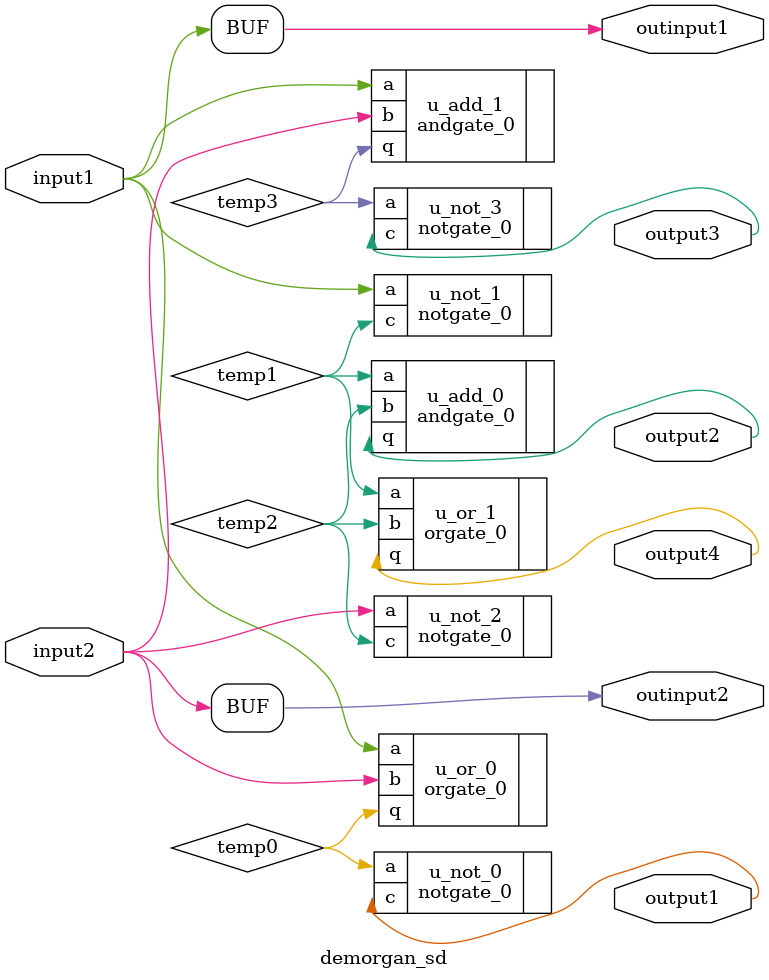
<source format=v>
`timescale 1ns / 1ps
module demorgan_sd(
  input input1,
  input input2,
  output outinput1,
  output outinput2,
  output output1,
  output output2,
  output output3,
  output output4 
    );
   assign outinput1 = input1;
   assign outinput2 = input2;
 wire temp0;
         orgate_0 u_or_0( 
         .a(input1),
         .b(input2),
         .q(temp0)
         );
         notgate_0 u_not_0(
         .a(temp0),
         .c(output1)
         );
       wire temp1;
       wire temp2;
       notgate_0 u_not_1(
              .a(input1),
              .c(temp1)
              );
       notgate_0 u_not_2(
                .a(input2),
                .c(temp2)
                 );
       andgate_0 u_add_0(
               .a(temp1),
               .b(temp2),
               .q(output2));
       orgate_0 u_or_1( 
                .a(temp1),
                .b(temp2),
                .q(output4)
                              );
      wire temp3;
      andgate_0 u_add_1(
                   .a(input1),
                   .b(input2),
                   .q(temp3)
          );
        notgate_0 u_not_3(
                .a(temp3),
                .c(output3)
                );
  endmodule


</source>
